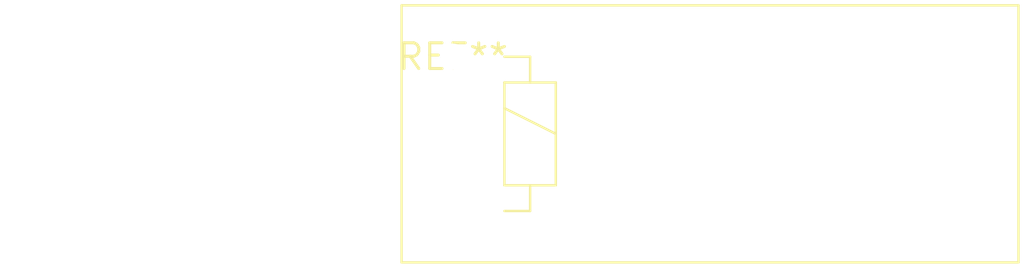
<source format=kicad_pcb>
(kicad_pcb (version 20240108) (generator pcbnew)
  (layers (0 "F.Cu" signal) (31 "B.Cu" signal) (34 "B.Paste" user) (35 "F.Paste" user) (36 "B.SilkS" user "B.Silkscreen") (37 "F.SilkS" user "F.Silkscreen") (38 "B.Mask" user) (39 "F.Mask" user) (44 "Edge.Cuts" user))
  (net 0 "")
  (footprint "Relay_SPST_Schrack-RP-II-1-FormA_RM5mm" (layer "F.Cu") (at 0 0)
    (property "Reference" "REF**")
    (property "Value" "Relay_SPST_Schrack-RP-II-1-FormA_RM5mm")
    (fp_line (start -2.54 -2.54) (end 27.94 -2.54) (layer "F.SilkS") (stroke (width 0.12)))
    (fp_line (start -2.54 10.16) (end -2.54 -2.54) (layer "F.SilkS") (stroke (width 0.12)))
    (fp_line (start 2.54 0) (end 3.81 0) (layer "F.SilkS") (stroke (width 0.12)))
    (fp_line (start 2.54 1.27) (end 3.81 1.27) (layer "F.SilkS") (stroke (width 0.12)))
    (fp_line (start 2.54 2.54) (end 5.08 3.81) (layer "F.SilkS") (stroke (width 0.12)))
    (fp_line (start 2.54 6.35) (end 2.54 1.27) (layer "F.SilkS") (stroke (width 0.12)))
    (fp_line (start 3.81 0) (end 3.81 1.27) (layer "F.SilkS") (stroke (width 0.12)))
    (fp_line (start 3.81 1.27) (end 5.08 1.27) (layer "F.SilkS") (stroke (width 0.12)))
    (fp_line (start 3.81 6.35) (end 3.81 7.62) (layer "F.SilkS") (stroke (width 0.12)))
    (fp_line (start 3.81 7.62) (end 2.54 7.62) (layer "F.SilkS") (stroke (width 0.12)))
    (fp_line (start 5.08 1.27) (end 5.08 6.35) (layer "F.SilkS") (stroke (width 0.12)))
    (fp_line (start 5.08 6.35) (end 2.54 6.35) (layer "F.SilkS") (stroke (width 0.12)))
    (fp_line (start 27.94 -2.54) (end 27.94 10.16) (layer "F.SilkS") (stroke (width 0.12)))
    (fp_line (start 27.94 10.16) (end -2.54 10.16) (layer "F.SilkS") (stroke (width 0.12)))
    (pad "11" thru_hole circle (at 20.32 0) (size 3 3) (drill 1.3) (layers *.Cu *.Mask) (remove_unused_layers))
    (pad "14" thru_hole circle (at 25.32 7.62) (size 3 3) (drill 1.3) (layers *.Cu *.Mask) (remove_unused_layers))
    (pad "A1" thru_hole circle (at 0 0) (size 3 3) (drill 1.3) (layers *.Cu *.Mask) (remove_unused_layers))
    (pad "A2" thru_hole circle (at 0 7.62) (size 3 3) (drill 1.3) (layers *.Cu *.Mask) (remove_unused_layers))
  )
)
</source>
